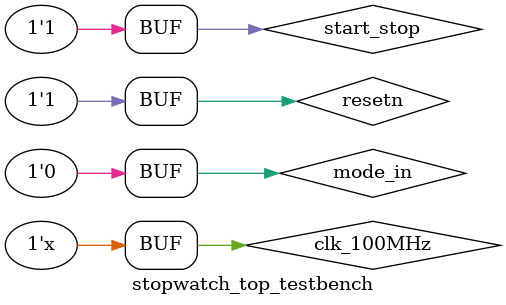
<source format=v>
`timescale 1ns / 1ps


module stopwatch_top_testbench(

    );
    
    reg clk_100MHz, resetn, mode_in, start_stop /* stop = 0, start = 1 */;
    wire [4:0] hour_out;
    wire [5:0] min_out, sec_out;
    
    stopwatch_top TB_stopwatch_module(.resetn(resetn), .clk_100MHz(clk_100MHz), .start_stop(start_stop), .mode_in(mode_in), .hour_out(hour_out), .min_out(min_out), .sec_out(sec_out));
                    
    always #1 clk_100MHz=~clk_100MHz; // instantiating clock
    initial begin
        clk_100MHz=0; // initialize clock 
        mode_in=0;
        start_stop=0;
        resetn=1; // active low reset activated
        
        #5 resetn=0; // negedge resetn
        #5 resetn=1;
        #5 start_stop=1; // countup starts
        /*#200 start_stop=0;
        #50 start_stop=1;*/
    end
endmodule

</source>
